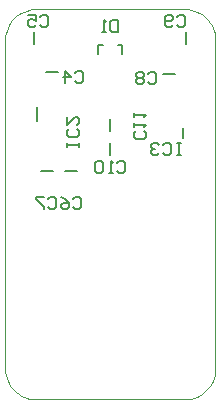
<source format=gbo>
G04*
G04 #@! TF.GenerationSoftware,Altium Limited,Altium Designer,22.5.1 (42)*
G04*
G04 Layer_Color=32896*
%FSLAX25Y25*%
%MOIN*%
G70*
G04*
G04 #@! TF.SameCoordinates,C3C7CF66-0B5B-4541-851D-C3C27CC74C65*
G04*
G04*
G04 #@! TF.FilePolarity,Positive*
G04*
G01*
G75*
%ADD10C,0.00787*%
%ADD13C,0.00600*%
%ADD14C,0.00000*%
D10*
X52531Y108500D02*
X56468D01*
X9500Y118532D02*
Y122468D01*
X20031Y76000D02*
X23968D01*
X59299Y87201D02*
Y90350D01*
X10669Y92843D02*
Y97370D01*
X31063Y115106D02*
Y117961D01*
X32441D01*
X37559D02*
X38937D01*
Y117862D02*
Y117961D01*
Y115106D02*
Y117862D01*
X35000Y89531D02*
Y93468D01*
X35000Y81532D02*
Y85469D01*
X60331Y118532D02*
Y122468D01*
X12032Y76000D02*
X15969D01*
X13532Y109000D02*
X17469D01*
D13*
X37624Y126468D02*
Y122532D01*
X35656D01*
X35000Y123188D01*
Y125812D01*
X35656Y126468D01*
X37624D01*
X33688Y122532D02*
X32376D01*
X33032D01*
Y126468D01*
X33688Y125812D01*
X58420Y85468D02*
X57108D01*
X57764D01*
Y81532D01*
X58420D01*
X57108D01*
X52516Y84812D02*
X53172Y85468D01*
X54484D01*
X55140Y84812D01*
Y82188D01*
X54484Y81532D01*
X53172D01*
X52516Y82188D01*
X51204Y84812D02*
X50548Y85468D01*
X49236D01*
X48580Y84812D01*
Y84156D01*
X49236Y83500D01*
X49892D01*
X49236D01*
X48580Y82844D01*
Y82188D01*
X49236Y81532D01*
X50548D01*
X51204Y82188D01*
X24468Y84080D02*
Y85392D01*
Y84736D01*
X20532D01*
Y84080D01*
Y85392D01*
X23812Y89984D02*
X24468Y89328D01*
Y88016D01*
X23812Y87360D01*
X21188D01*
X20532Y88016D01*
Y89328D01*
X21188Y89984D01*
X20532Y93920D02*
Y91296D01*
X23156Y93920D01*
X23812D01*
X24468Y93264D01*
Y91952D01*
X23812Y91296D01*
X46312Y89360D02*
X46968Y88704D01*
Y87392D01*
X46312Y86736D01*
X43688D01*
X43032Y87392D01*
Y88704D01*
X43688Y89360D01*
X43032Y90672D02*
Y91984D01*
Y91328D01*
X46968D01*
X46312Y90672D01*
X43032Y93952D02*
Y95264D01*
Y94608D01*
X46968D01*
X46312Y93952D01*
X37296Y78812D02*
X37952Y79468D01*
X39264D01*
X39920Y78812D01*
Y76188D01*
X39264Y75532D01*
X37952D01*
X37296Y76188D01*
X35984Y75532D02*
X34672D01*
X35328D01*
Y79468D01*
X35984Y78812D01*
X32704D02*
X32048Y79468D01*
X30736D01*
X30080Y78812D01*
Y76188D01*
X30736Y75532D01*
X32048D01*
X32704Y76188D01*
Y78812D01*
X57156Y127312D02*
X57812Y127968D01*
X59124D01*
X59780Y127312D01*
Y124688D01*
X59124Y124032D01*
X57812D01*
X57156Y124688D01*
X55844D02*
X55188Y124032D01*
X53876D01*
X53220Y124688D01*
Y127312D01*
X53876Y127968D01*
X55188D01*
X55844Y127312D01*
Y126656D01*
X55188Y126000D01*
X53220D01*
X47656Y108312D02*
X48312Y108968D01*
X49624D01*
X50280Y108312D01*
Y105688D01*
X49624Y105032D01*
X48312D01*
X47656Y105688D01*
X46344Y108312D02*
X45688Y108968D01*
X44376D01*
X43720Y108312D01*
Y107656D01*
X44376Y107000D01*
X43720Y106344D01*
Y105688D01*
X44376Y105032D01*
X45688D01*
X46344Y105688D01*
Y106344D01*
X45688Y107000D01*
X46344Y107656D01*
Y108312D01*
X45688Y107000D02*
X44376D01*
X14156Y66812D02*
X14812Y67468D01*
X16124D01*
X16780Y66812D01*
Y64188D01*
X16124Y63532D01*
X14812D01*
X14156Y64188D01*
X12844Y67468D02*
X10220D01*
Y66812D01*
X12844Y64188D01*
Y63532D01*
X22656Y66812D02*
X23312Y67468D01*
X24624D01*
X25280Y66812D01*
Y64188D01*
X24624Y63532D01*
X23312D01*
X22656Y64188D01*
X18720Y67468D02*
X20032Y66812D01*
X21344Y65500D01*
Y64188D01*
X20688Y63532D01*
X19376D01*
X18720Y64188D01*
Y64844D01*
X19376Y65500D01*
X21344D01*
X11656Y127312D02*
X12312Y127968D01*
X13624D01*
X14280Y127312D01*
Y124688D01*
X13624Y124032D01*
X12312D01*
X11656Y124688D01*
X7720Y127968D02*
X10344D01*
Y126000D01*
X9032Y126656D01*
X8376D01*
X7720Y126000D01*
Y124688D01*
X8376Y124032D01*
X9688D01*
X10344Y124688D01*
X23156Y108812D02*
X23812Y109468D01*
X25124D01*
X25780Y108812D01*
Y106188D01*
X25124Y105532D01*
X23812D01*
X23156Y106188D01*
X19876Y105532D02*
Y109468D01*
X21844Y107500D01*
X19220D01*
D14*
X70000Y120000D02*
X69952Y120980D01*
X69808Y121951D01*
X69569Y122903D01*
X69239Y123827D01*
X68819Y124714D01*
X68315Y125556D01*
X67730Y126344D01*
X67071Y127071D01*
X66344Y127730D01*
X65556Y128315D01*
X64714Y128819D01*
X63827Y129239D01*
X62903Y129569D01*
X61951Y129808D01*
X60980Y129952D01*
X60000Y130000D01*
Y0D02*
X60980Y48D01*
X61951Y192D01*
X62903Y431D01*
X63827Y761D01*
X64714Y1181D01*
X65556Y1685D01*
X66344Y2270D01*
X67071Y2929D01*
X67730Y3656D01*
X68315Y4444D01*
X68819Y5286D01*
X69239Y6173D01*
X69569Y7097D01*
X69808Y8049D01*
X69952Y9020D01*
X70000Y10000D01*
X0D02*
X48Y9020D01*
X192Y8049D01*
X431Y7097D01*
X761Y6173D01*
X1181Y5286D01*
X1685Y4444D01*
X2270Y3656D01*
X2929Y2929D01*
X3656Y2270D01*
X4444Y1685D01*
X5286Y1181D01*
X6173Y761D01*
X7097Y431D01*
X8049Y192D01*
X9020Y48D01*
X10000Y0D01*
Y130000D02*
X9020Y129952D01*
X8049Y129808D01*
X7097Y129569D01*
X6173Y129239D01*
X5286Y128819D01*
X4444Y128315D01*
X3656Y127730D01*
X2929Y127071D01*
X2270Y126344D01*
X1685Y125556D01*
X1181Y124714D01*
X761Y123827D01*
X431Y122903D01*
X192Y121951D01*
X48Y120980D01*
X0Y120000D01*
X10000Y130000D02*
X60000D01*
X70000Y10000D02*
Y120000D01*
X10000Y0D02*
X60000D01*
X0Y10000D02*
Y120000D01*
M02*

</source>
